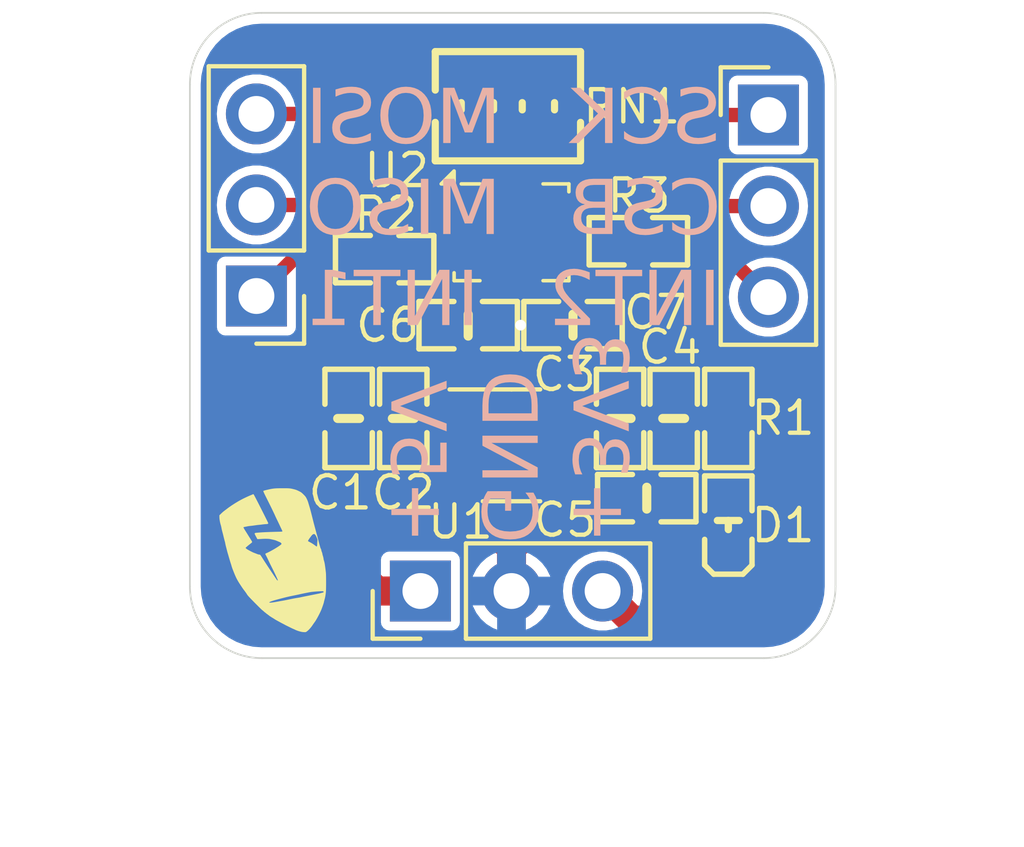
<source format=kicad_pcb>
(kicad_pcb (version 20240108) (generator "pcbnew") (generator_version "8.0")
  (layers (0 "F.Cu" signal) (31 "B.Cu" signal) (34 "B.Paste" user) (35 "F.Paste" user) (36 "B.SilkS" user "B.Silkscreen") (37 "F.SilkS" user "F.Silkscreen") (38 "B.Mask" user) (39 "F.Mask" user) (44 "Edge.Cuts" user))
  (net 0 "")
  (net 1 "GND")
  (net 2 "+5V")
  (net 3 "+3V3")
  (net 4 "Net-(U1-BP)")
  (net 5 "Net-(D1-A)")
  (net 6 "Net-(J1-Pad1)")
  (net 7 "Net-(RN1-R2.1)")
  (net 8 "Net-(RN1-R1.1)")
  (net 9 "Net-(RN1-R3.1)")
  (net 10 "Net-(J3-Pad3)")
  (net 11 "Net-(RN1-R4.1)")
  (net 12 "INT1")
  (net 13 "INT2")
  (net 14 "CSB")
  (net 15 "SCK")
  (net 16 "MISO")
  (net 17 "MOSI")
  (footprint "KURO_pcblib:0603_R" (layer "F.Cu") (at 105.4295 106.8712 180)
    (property "Reference" "R2" (at -0.0313 1.258 180) (layer "F.SilkS") (effects (font (size 0.9 0.9) (thickness 0.12))))
    (property "Value" "22")
    (pad "1" smd rect (at -0.75 0 180) (size 0.81 0.87) (layers "F.Cu" "F.Paste" "F.Mask") (net 12 "INT1"))
    (pad "2" smd rect (at 0.75 0 180) (size 0.81 0.87) (layers "F.Cu" "F.Paste" "F.Mask") (net 6 "Net-(J1-Pad1)"))
  )
  (footprint "KURO_pcblib:0603_C" (layer "F.Cu") (at 111.9941 111.3148 -90)
    (property "Reference" "C3" (at -1.2312 1.5549 0) (layer "F.SilkS") (effects (font (size 0.9 0.9) (thickness 0.12))))
    (property "Value" "100n")
    (pad "1" smd rect (at -0.75 0 270) (size 0.81 0.87) (layers "F.Cu" "F.Paste" "F.Mask") (net 3 "+3V3"))
    (pad "2" smd rect (at 0.75 0 270) (size 0.81 0.87) (layers "F.Cu" "F.Paste" "F.Mask") (net 1 "GND"))
  )
  (footprint "KURO_pcblib:0603_R" (layer "F.Cu") (at 112.5025 106.3712)
    (property "Reference" "R3" (at 0.019502 -1.266002 0) (layer "F.SilkS") (effects (font (size 0.9 0.9) (thickness 0.12))))
    (property "Value" "22")
    (pad "1" smd rect (at -0.75 0) (size 0.81 0.87) (layers "F.Cu" "F.Paste" "F.Mask") (net 13 "INT2"))
    (pad "2" smd rect (at 0.75 0) (size 0.81 0.87) (layers "F.Cu" "F.Paste" "F.Mask") (net 10 "Net-(J3-Pad3)"))
  )
  (footprint "KURO_pcblib:0603_C" (layer "F.Cu") (at 104.4249 111.3148 -90)
    (property "Reference" "C1" (at 2.070799 0.234101 0) (layer "F.SilkS") (effects (font (size 0.9 0.9) (thickness 0.12))))
    (property "Value" "10u")
    (pad "1" smd rect (at -0.75 0 270) (size 0.81 0.87) (layers "F.Cu" "F.Paste" "F.Mask") (net 2 "+5V"))
    (pad "2" smd rect (at 0.75 0 270) (size 0.81 0.87) (layers "F.Cu" "F.Paste" "F.Mask") (net 1 "GND"))
  )
  (footprint "KURO_pcblib:0603_C" (layer "F.Cu") (at 112.7372 113.538)
    (property "Reference" "C5" (at -2.2781 0.6096 0) (layer "F.SilkS") (effects (font (size 0.9 0.9) (thickness 0.12))))
    (property "Value" "10n")
    (pad "1" smd rect (at -0.75 0) (size 0.81 0.87) (layers "F.Cu" "F.Paste" "F.Mask") (net 4 "Net-(U1-BP)"))
    (pad "2" smd rect (at 0.75 0) (size 0.81 0.87) (layers "F.Cu" "F.Paste" "F.Mask") (net 1 "GND"))
  )
  (footprint "KURO_pcblib:mask_silk_3x4mm" (layer "F.Cu") (at 102.3112 115.2652)
    (property "Reference" "G***" (hide yes))
    (property "Value" "LOGO" (hide yes))
  )
  (footprint "KURO_pcblib:0603_C" (layer "F.Cu") (at 110.6812 108.712 180)
    (property "Reference" "C7" (at -2.298 0.3556 180) (layer "F.SilkS") (effects (font (size 0.9 0.9) (thickness 0.12))))
    (property "Value" "100n")
    (pad "1" smd rect (at -0.75 0 180) (size 0.81 0.87) (layers "F.Cu" "F.Paste" "F.Mask") (net 3 "+3V3"))
    (pad "2" smd rect (at 0.75 0 180) (size 0.81 0.87) (layers "F.Cu" "F.Paste" "F.Mask") (net 1 "GND"))
  )
  (footprint "KURO_pcblib:PinHeader_1x03_P2.54mm_Vertical" (layer "F.Cu") (at 101.854 107.8992 180)
    (property "Reference" "J1" (hide yes))
    (property "Value" "Conn_01x03_Pin_N")
    (pad "1" thru_hole rect (at 0 0 180) (size 1.7 1.7) (drill 1) (layers "*.Cu" "*.Mask") (net 6 "Net-(J1-Pad1)"))
    (pad "2" thru_hole oval (at 0 2.54 180) (size 1.7 1.7) (drill 1) (layers "*.Cu" "*.Mask") (net 11 "Net-(RN1-R4.1)"))
    (pad "3" thru_hole oval (at 0 5.08 180) (size 1.7 1.7) (drill 1) (layers "*.Cu" "*.Mask") (net 9 "Net-(RN1-R3.1)"))
  )
  (footprint "Package_LGA:Bosch_LGA-14_3x2.5mm_P0.5mm" (layer "F.Cu") (at 108.966 106.1212)
    (property "Reference" "U2" (at -3.2004 -1.7272 0) (layer "F.SilkS") (effects (font (size 0.9 0.9) (thickness 0.12))))
    (property "Value" "BMI323")
    (pad "1" smd rect (at -1.2625 -0.75) (size 0.675 0.25) (layers "F.Cu" "F.Paste" "F.Mask") (net 16 "MISO"))
    (pad "2" smd rect (at -1.2625 -0.25) (size 0.675 0.25) (layers "F.Cu" "F.Paste" "F.Mask"))
    (pad "3" smd rect (at -1.2625 0.25) (size 0.675 0.25) (layers "F.Cu" "F.Paste" "F.Mask"))
    (pad "4" smd rect (at -1.2625 0.75) (size 0.675 0.25) (layers "F.Cu" "F.Paste" "F.Mask") (net 12 "INT1"))
    (pad "5" smd rect (at -0.5 1.0125) (size 0.25 0.675) (layers "F.Cu" "F.Paste" "F.Mask") (net 3 "+3V3"))
    (pad "6" smd rect (at 0 1.0125) (size 0.25 0.675) (layers "F.Cu" "F.Paste" "F.Mask") (net 1 "GND"))
    (pad "7" smd rect (at 0.5 1.0125) (size 0.25 0.675) (layers "F.Cu" "F.Paste" "F.Mask") (net 1 "GND"))
    (pad "8" smd rect (at 1.2625 0.75) (size 0.675 0.25) (layers "F.Cu" "F.Paste" "F.Mask") (net 3 "+3V3"))
    (pad "9" smd rect (at 1.2625 0.25) (size 0.675 0.25) (layers "F.Cu" "F.Paste" "F.Mask") (net 13 "INT2"))
    (pad "10" smd rect (at 1.2625 -0.25) (size 0.675 0.25) (layers "F.Cu" "F.Paste" "F.Mask"))
    (pad "11" smd rect (at 1.2625 -0.75) (size 0.675 0.25) (layers "F.Cu" "F.Paste" "F.Mask"))
    (pad "12" smd rect (at 0.5 -1.0125) (size 0.25 0.675) (layers "F.Cu" "F.Paste" "F.Mask") (net 14 "CSB"))
    (pad "13" smd rect (at 0 -1.0125) (size 0.25 0.675) (layers "F.Cu" "F.Paste" "F.Mask") (net 15 "SCK"))
    (pad "14" smd rect (at -0.5 -1.0125) (size 0.25 0.675) (layers "F.Cu" "F.Paste" "F.Mask") (net 17 "MOSI"))
  )
  (footprint "KURO_pcblib:0603_C" (layer "F.Cu") (at 113.4872 111.3148 -90)
    (property "Reference" "C4" (at -1.9932 0.1016 0) (layer "F.SilkS") (effects (font (size 0.9 0.9) (thickness 0.12))))
    (property "Value" "10u")
    (pad "1" smd rect (at -0.75 0 270) (size 0.81 0.87) (layers "F.Cu" "F.Paste" "F.Mask") (net 3 "+3V3"))
    (pad "2" smd rect (at 0.75 0 270) (size 0.81 0.87) (layers "F.Cu" "F.Paste" "F.Mask") (net 1 "GND"))
  )
  (footprint "KURO_pcblib:SOT-23-5" (layer "F.Cu") (at 108.966 112.0648)
    (property "Reference" "U1" (at -1.4224 2.1336 0) (layer "F.SilkS") (effects (font (size 0.9 0.9) (thickness 0.12))))
    (property "Value" "SPX3819M5-L-3-3")
    (pad "1" smd rect (at -1.1375 -0.95) (size 1.325 0.6) (layers "F.Cu" "F.Paste" "F.Mask") (net 2 "+5V"))
    (pad "2" smd rect (at -1.1375 0) (size 1.325 0.6) (layers "F.Cu" "F.Paste" "F.Mask") (net 1 "GND"))
    (pad "3" smd rect (at -1.1375 0.95) (size 1.325 0.6) (layers "F.Cu" "F.Paste" "F.Mask") (net 2 "+5V"))
    (pad "4" smd rect (at 1.1375 0.95) (size 1.325 0.6) (layers "F.Cu" "F.Paste" "F.Mask") (net 4 "Net-(U1-BP)"))
    (pad "5" smd rect (at 1.1375 -0.95) (size 1.325 0.6) (layers "F.Cu" "F.Paste" "F.Mask") (net 3 "+3V3"))
  )
  (footprint "KURO_pcblib:0603_C" (layer "F.Cu") (at 105.9489 111.3148 -90)
    (property "Reference" "C2" (at 2.070799 0.000001 0) (layer "F.SilkS") (effects (font (size 0.9 0.9) (thickness 0.12))))
    (property "Value" "100n")
    (pad "1" smd rect (at -0.75 0 270) (size 0.81 0.87) (layers "F.Cu" "F.Paste" "F.Mask") (net 2 "+5V"))
    (pad "2" smd rect (at 0.75 0 270) (size 0.81 0.87) (layers "F.Cu" "F.Paste" "F.Mask") (net 1 "GND"))
  )
  (footprint "KURO_pcblib:0603_D" (layer "F.Cu") (at 115.0112 114.288 -90)
    (property "Reference" "D1" (at 0.012 -1.524 0) (layer "F.SilkS") (effects (font (size 0.9 0.9) (thickness 0.12))))
    (property "Value" "LED")
    (pad "1" smd rect (at -0.75 0 270) (size 0.81 0.87) (layers "F.Cu" "F.Paste" "F.Mask") (net 5 "Net-(D1-A)"))
    (pad "2" smd rect (at 0.75 0 270) (size 0.81 0.87) (layers "F.Cu" "F.Paste" "F.Mask") (net 1 "GND"))
  )
  (footprint "KURO_pcblib:0603_R" (layer "F.Cu") (at 115.0112 111.3148 90)
    (property "Reference" "R1" (at 0.012 1.524 180) (layer "F.SilkS") (effects (font (size 0.9 0.9) (thickness 0.12))))
    (property "Value" "1k")
    (pad "1" smd rect (at -0.75 0 90) (size 0.81 0.87) (layers "F.Cu" "F.Paste" "F.Mask") (net 5 "Net-(D1-A)"))
    (pad "2" smd rect (at 0.75 0 90) (size 0.81 0.87) (layers "F.Cu" "F.Paste" "F.Mask") (net 3 "+3V3"))
  )
  (footprint "KURO_pcblib:PinHeader_1x03_P2.54mm_Vertical" (layer "F.Cu") (at 106.426 116.1288 90)
    (property "Reference" "J2" (hide yes))
    (property "Value" "Conn_01x03_Pin_N")
    (pad "1" thru_hole rect (at 0 0 90) (size 1.7 1.7) (drill 1) (layers "*.Cu" "*.Mask") (net 2 "+5V"))
    (pad "2" thru_hole oval (at 0 2.54 90) (size 1.7 1.7) (drill 1) (layers "*.Cu" "*.Mask") (net 1 "GND"))
    (pad "3" thru_hole oval (at 0 5.08 90) (size 1.7 1.7) (drill 1) (layers "*.Cu" "*.Mask") (net 3 "+3V3"))
  )
  (footprint "KURO_pcblib:0603_C" (layer "F.Cu") (at 107.7588 108.712)
    (property "Reference" "C6" (at -2.2472 0 0) (layer "F.SilkS") (effects (font (size 0.9 0.9) (thickness 0.12))))
    (property "Value" "100n")
    (pad "1" smd rect (at -0.75 0) (size 0.81 0.87) (layers "F.Cu" "F.Paste" "F.Mask") (net 3 "+3V3"))
    (pad "2" smd rect (at 0.75 0) (size 0.81 0.87) (layers "F.Cu" "F.Paste" "F.Mask") (net 1 "GND"))
  )
  (footprint "KURO_pcblib:0603_RX4" (layer "F.Cu") (at 108.866 102.6046 180)
    (property "Reference" "RN1" (at -3.4528 -0.0114 180) (layer "F.SilkS") (effects (font (size 0.9 0.9) (thickness 0.12))))
    (property "Value" "22")
    (pad "1" smd rect (at -1.3 0.875 270) (size 0.95 0.6) (layers "F.Cu" "F.Paste" "F.Mask") (net 8 "Net-(RN1-R1.1)"))
    (pad "2" smd rect (at -0.4 0.875 270) (size 0.95 0.4) (layers "F.Cu" "F.Paste" "F.Mask") (net 7 "Net-(RN1-R2.1)"))
    (pad "3" smd rect (at 0.4 0.875 270) (size 0.95 0.4) (layers "F.Cu" "F.Paste" "F.Mask") (net 9 "Net-(RN1-R3.1)"))
    (pad "4" smd rect (at 1.3 0.875 270) (size 0.95 0.6) (layers "F.Cu" "F.Paste" "F.Mask") (net 11 "Net-(RN1-R4.1)"))
    (pad "5" smd rect (at 1.3 -0.875 270) (size 0.95 0.6) (layers "F.Cu" "F.Paste" "F.Mask") (net 16 "MISO"))
    (pad "6" smd rect (at 0.4 -0.875 270) (size 0.95 0.4) (layers "F.Cu" "F.Paste" "F.Mask") (net 17 "MOSI"))
    (pad "7" smd rect (at -0.4 -0.875 270) (size 0.95 0.4) (layers "F.Cu" "F.Paste" "F.Mask") (net 15 "SCK"))
    (pad "8" smd rect (at -1.3 -0.875 270) (size 0.95 0.6) (layers "F.Cu" "F.Paste" "F.Mask") (net 14 "CSB"))
  )
  (footprint "KURO_pcblib:PinHeader_1x03_P2.54mm_Vertical" (layer "F.Cu") (at 116.1288 102.8492)
    (property "Reference" "J3" (hide yes))
    (property "Value" "Conn_01x03_Pin_N")
    (pad "1" thru_hole rect (at 0 0) (size 1.7 1.7) (drill 1) (layers "*.Cu" "*.Mask") (net 7 "Net-(RN1-R2.1)"))
    (pad "2" thru_hole oval (at 0 2.54) (size 1.7 1.7) (drill 1) (layers "*.Cu" "*.Mask") (net 8 "Net-(RN1-R1.1)"))
    (pad "3" thru_hole oval (at 0 5.08) (size 1.7 1.7) (drill 1) (layers "*.Cu" "*.Mask") (net 10 "Net-(J3-Pad3)"))
  )
  (gr_arc (start 118 116) (mid 117.414214 117.414214) (end 116 118) (stroke (width 0.05)) (layer "Edge.Cuts"))
  (gr_arc (start 100 102) (mid 100.585786 100.585786) (end 102 100) (stroke (width 0.05)) (layer "Edge.Cuts"))
  (gr_line (start 116 118) (end 102 118) (stroke (width 0.05)) (layer "Edge.Cuts"))
  (gr_arc (start 116 100) (mid 117.414214 100.585786) (end 118 102) (stroke (width 0.05)) (layer "Edge.Cuts"))
  (gr_line (start 100 116) (end 100 102) (stroke (width 0.05)) (layer "Edge.Cuts"))
  (gr_line (start 102 100) (end 116 100) (stroke (width 0.05)) (layer "Edge.Cuts"))
  (gr_line (start 118 102) (end 118 116) (stroke (width 0.05)) (layer "Edge.Cuts"))
  (gr_arc (start 102 118) (mid 100.585786 117.414214) (end 100 116) (stroke (width 0.05)) (layer "Edge.Cuts"))
  (gr_text "MOSI\nMISO\nINT1" (at 103.2256 108.966 0) (layer "B.SilkS") (effects (font (size 1.5113 1.5113) (thickness 0.1)) (justify right bottom mirror)))
  (gr_text "+3V3\nGND\n+5V" (at 105.3592 114.808 270) (layer "B.SilkS") (effects (font (size 1.5113 1.5113) (thickness 0.1)) (justify left bottom mirror)))
  (gr_text "SCK\nCSB\nINT2" (at 114.808 108.966 0) (layer "B.SilkS") (effects (font (size 1.5113 1.5113) (thickness 0.1)) (justify left bottom mirror)))
  (segment (start 113.4872 112.0648) (end 113.4872 113.538) (width 0.81) (layer "F.Cu") (net 1))
  (segment (start 113.03 114.6048) (end 109.287919 114.6048) (width 0.81) (layer "F.Cu") (net 1))
  (segment (start 115.0112 115.038) (end 114.3776 115.038) (width 0.81) (layer "F.Cu") (net 1))
  (segment (start 108.966 107.1337) (end 108.966 107.696) (width 0.25) (layer "F.Cu") (net 1))
  (segment (start 109.466 107.688) (end 109.9312 108.1532) (width 0.25) (layer "F.Cu") (net 1))
  (segment (start 108.288481 114.2492) (end 105.7148 114.2492) (width 0.81) (layer "F.Cu") (net 1))
  (segment (start 113.4872 114.1476) (end 113.03 114.6048) (width 0.81) (layer "F.Cu") (net 1))
  (segment (start 109.22 108.712) (end 109.9312 108.712) (width 0.81) (layer "F.Cu") (net 1))
  (segment (start 107.8285 112.0648) (end 105.9489 112.0648) (width 0.6) (layer "F.Cu") (net 1))
  (segment (start 114.3776 115.038) (end 113.4872 114.1476) (width 0.81) (layer "F.Cu") (net 1))
  (segment (start 105.9489 112.0648) (end 104.4249 112.0648) (width 0.81) (layer "F.Cu") (net 1))
  (segment (start 113.4872 112.0648) (end 111.9941 112.0648) (width 0.81) (layer "F.Cu") (net 1))
  (segment (start 108.5088 108.712) (end 109.22 108.712) (width 0.81) (layer "F.Cu") (net 1))
  (segment (start 113.4872 114.1476) (end 113.4872 114.088) (width 0.81) (layer "F.Cu") (net 1))
  (segment (start 104.4249 112.9593) (end 104.4249 112.0648) (width 0.81) (layer "F.Cu") (net 1))
  (segment (start 109.287919 114.6048) (end 108.966 114.926719) (width 0.81) (layer "F.Cu") (net 1))
  (segment (start 109.9312 108.1532) (end 109.9312 108.712) (width 0.25) (layer "F.Cu") (net 1))
  (segment (start 113.4872 113.538) (end 113.4872 114.088) (width 0.81) (layer "F.Cu") (net 1))
  (segment (start 108.5088 108.1532) (end 108.5088 108.712) (width 0.25) (layer "F.Cu") (net 1))
  (segment (start 108.966 107.696) (end 108.5088 108.1532) (width 0.25) (layer "F.Cu") (net 1))
  (segment (start 105.7148 114.2492) (end 104.4249 112.9593) (width 0.81) (layer "F.Cu") (net 1))
  (segment (start 109.466 107.1337) (end 109.466 107.688) (width 0.25) (layer "F.Cu") (net 1))
  (segment (start 108.966 116.1288) (end 108.966 114.926719) (width 0.81) (layer "F.Cu") (net 1))
  (segment (start 108.966 114.926719) (end 108.288481 114.2492) (width 0.81) (layer "F.Cu") (net 1))
  (via (at 109.22 108.712) (size 0.6) (drill 0.3) (layers "F.Cu" "B.Cu") (net 1))
  (segment (start 107.8285 111.1148) (end 108.6587 111.1148) (width 0.4) (layer "F.Cu") (net 2))
  (segment (start 108.966 112.7252) (end 108.6764 113.0148) (width 0.4) (layer "F.Cu") (net 2))
  (segment (start 108.6587 111.1148) (end 108.966 111.4221) (width 0.4) (layer "F.Cu") (net 2))
  (segment (start 108.6764 113.0148) (end 107.8285 113.0148) (width 0.4) (layer "F.Cu") (net 2))
  (segment (start 107.8285 111.1148) (end 107.0508 111.1148) (width 0.6) (layer "F.Cu") (net 2))
  (segment (start 102.7684 111.0488) (end 102.7684 113.6904) (width 0.81) (layer "F.Cu") (net 2))
  (segment (start 106.5008 110.5648) (end 105.9489 110.5648) (width 0.6) (layer "F.Cu") (net 2))
  (segment (start 105.9489 110.5648) (end 104.4249 110.5648) (width 0.81) (layer "F.Cu") (net 2))
  (segment (start 105.2068 116.1288) (end 106.426 116.1288) (width 0.81) (layer "F.Cu") (net 2))
  (segment (start 104.4249 110.5648) (end 103.2524 110.5648) (width 0.81) (layer "F.Cu") (net 2))
  (segment (start 107.0508 111.1148) (end 106.5008 110.5648) (width 0.6) (layer "F.Cu") (net 2))
  (segment (start 103.2524 110.5648) (end 102.7684 111.0488) (width 0.81) (layer "F.Cu") (net 2))
  (segment (start 108.966 111.4221) (end 108.966 112.7252) (width 0.4) (layer "F.Cu") (net 2))
  (segment (start 102.7684 113.6904) (end 105.2068 116.1288) (width 0.81) (layer "F.Cu") (net 2))
  (segment (start 110.6812 106.8712) (end 111.4312 107.6212) (width 0.25) (layer "F.Cu") (net 3))
  (segment (start 112.3188 116.9416) (end 115.7732 116.9416) (width 0.81) (layer "F.Cu") (net 3))
  (segment (start 111.4312 108.712) (end 111.4312 109.3456) (width 0.81) (layer "F.Cu") (net 3))
  (segment (start 108.466 107.1337) (end 108.466 107.5356) (width 0.25) (layer "F.Cu") (net 3))
  (segment (start 111.4312 107.6212) (end 111.4312 108.712) (width 0.25) (layer "F.Cu") (net 3))
  (segment (start 111.4312 110.5648) (end 111.9941 110.5648) (width 0.6) (layer "F.Cu") (net 3))
  (segment (start 113.4872 110.5648) (end 115.0112 110.5648) (width 0.81) (layer "F.Cu") (net 3))
  (segment (start 116.84 115.8748) (end 116.84 111.3028) (width 0.81) (layer "F.Cu") (net 3))
  (segment (start 110.1035 111.1148) (end 110.8812 111.1148) (width 0.6) (layer "F.Cu") (net 3))
  (segment (start 107.5944 109.9312) (end 107.0088 109.3456) (width 0.81) (layer "F.Cu") (net 3))
  (segment (start 111.506 116.1288) (end 112.3188 116.9416) (width 0.81) (layer "F.Cu") (net 3))
  (segment (start 115.7732 116.9416) (end 116.84 115.8748) (width 0.81) (layer "F.Cu") (net 3))
  (segment (start 116.102 110.5648) (end 115.0112 110.5648) (width 0.81) (layer "F.Cu") (net 3))
  (segment (start 110.8456 109.9312) (end 107.5944 109.9312) (width 0.81) (layer "F.Cu") (net 3))
  (segment (start 107.0088 109.3456) (end 107.0088 108.712) (width 0.81) (layer "F.Cu") (net 3))
  (segment (start 113.4872 109.3724) (end 113.4872 110.5648) (width 0.81) (layer "F.Cu") (net 3))
  (segment (start 111.4312 109.3456) (end 110.8456 109.9312) (width 0.81) (layer "F.Cu") (net 3))
  (segment (start 116.84 111.3028) (end 116.102 110.5648) (width 0.81) (layer "F.Cu") (net 3))
  (segment (start 108.466 107.5356) (end 108.1532 107.8484) (width 0.25) (layer "F.Cu") (net 3))
  (segment (start 107.2896 107.8484) (end 107.0088 108.1292) (width 0.25) (layer "F.Cu") (net 3))
  (segment (start 112.8268 108.712) (end 113.4872 109.3724) (width 0.81) (layer "F.Cu") (net 3))
  (segment (start 111.9941 110.5648) (end 113.4872 110.5648) (width 0.81) (layer "F.Cu") (net 3))
  (segment (start 111.4312 108.712) (end 112.8268 108.712) (width 0.81) (layer "F.Cu") (net 3))
  (segment (start 110.8812 111.1148) (end 111.4312 110.5648) (width 0.6) (layer "F.Cu") (net 3))
  (segment (start 107.0088 108.1292) (end 107.0088 108.712) (width 0.25) (layer "F.Cu") (net 3))
  (segment (start 110.2285 106.8712) (end 110.6812 106.8712) (width 0.25) (layer "F.Cu") (net 3))
  (segment (start 108.1532 107.8484) (end 107.2896 107.8484) (width 0.25) (layer "F.Cu") (net 3))
  (segment (start 110.8812 113.0148) (end 111.4044 113.538) (width 0.6) (layer "F.Cu") (net 4))
  (segment (start 111.4044 113.538) (end 111.9872 113.538) (width 0.6) (layer "F.Cu") (net 4))
  (segment (start 110.1035 113.0148) (end 110.8812 113.0148) (width 0.6) (layer "F.Cu") (net 4))
  (segment (start 115.0112 112.0648) (end 115.0112 113.538) (width 0.81) (layer "F.Cu") (net 5))
  (segment (start 102.882 106.8712) (end 101.854 107.8992) (width 0.4) (layer "F.Cu") (net 6))
  (segment (start 104.6795 106.8712) (end 102.882 106.8712) (width 0.4) (layer "F.Cu") (net 6))
  (segment (start 109.6628 100.7) (end 111.6728 100.7) (width 0.4) (layer "F.Cu") (net 7))
  (segment (start 113.822 102.8492) (end 116.1288 102.8492) (width 0.4) (layer "F.Cu") (net 7))
  (segment (start 109.266 101.0968) (end 109.6628 100.7) (width 0.4) (layer "F.Cu") (net 7))
  (segment (start 109.266 101.7296) (end 109.266 101.0968) (width 0.4) (layer "F.Cu") (net 7))
  (segment (start 111.6728 100.7) (end 113.822 102.8492) (width 0.4) (layer "F.Cu") (net 7))
  (segment (start 114.9396 105.3892) (end 116.1288 105.3892) (width 0.4) (layer "F.Cu") (net 8))
  (segment (start 111.28 101.7296) (end 114.9396 105.3892) (width 0.4) (layer "F.Cu") (net 8))
  (segment (start 110.166 101.7296) (end 111.28 101.7296) (width 0.4) (layer "F.Cu") (net 8))
  (segment (start 104.0892 102.8192) (end 101.854 102.8192) (width 0.4) (layer "F.Cu") (net 9))
  (segment (start 108.466 101.1) (end 108.066 100.7) (width 0.4) (layer "F.Cu") (net 9))
  (segment (start 108.466 101.7296) (end 108.466 101.1) (width 0.4) (layer "F.Cu") (net 9))
  (segment (start 108.066 100.7) (end 106.2084 100.7) (width 0.4) (layer "F.Cu") (net 9))
  (segment (start 106.2084 100.7) (end 104.0892 102.8192) (width 0.4) (layer "F.Cu") (net 9))
  (segment (start 113.2525 106.3712) (end 114.5708 106.3712) (width 0.4) (layer "F.Cu") (net 10))
  (segment (start 114.5708 106.3712) (end 116.1288 107.9292) (width 0.4) (layer "F.Cu") (net 10))
  (segment (start 106.652 101.7296) (end 103.0224 105.3592) (width 0.4) (layer "F.Cu") (net 11))
  (segment (start 103.0224 105.3592) (end 101.854 105.3592) (width 0.4) (layer "F.Cu") (net 11))
  (segment (start 107.566 101.7296) (end 106.652 101.7296) (width 0.4) (layer "F.Cu") (net 11))
  (segment (start 107.7035 106.8712) (end 106.1795 106.8712) (width 0.25) (layer "F.Cu") (net 12))
  (segment (start 110.2285 106.3712) (end 111.7525 106.3712) (width 0.25) (layer "F.Cu") (net 13))
  (segment (start 109.466 105.1087) (end 109.466 104.724449) (width 0.25) (layer "F.Cu") (net 14))
  (segment (start 109.466 104.724449) (end 110.166 104.024449) (width 0.25) (layer "F.Cu") (net 14))
  (segment (start 110.166 104.024449) (end 110.166 103.4796) (width 0.25) (layer "F.Cu") (net 14))
  (segment (start 109.266 104.1956) (end 109.266 103.4796) (width 0.25) (layer "F.Cu") (net 15))
  (segment (start 108.966 105.1087) (end 108.966 104.4956) (width 0.25) (layer "F.Cu") (net 15))
  (segment (start 108.966 104.4956) (end 109.266 104.1956) (width 0.25) (layer "F.Cu") (net 15))
  (segment (start 107.566 104.3148) (end 107.566 103.4796) (width 0.25) (layer "F.Cu") (net 16))
  (segment (start 107.7035 104.4523) (end 107.566 104.3148) (width 0.25) (layer "F.Cu") (net 16))
  (segment (start 107.7035 105.3712) (end 107.7035 104.4523) (width 0.25) (layer "F.Cu") (net 16))
  (segment (start 108.466 105.1087) (end 108.466 103.4796) (width 0.25) (layer "F.Cu") (net 17))
  (zone (net 1) (net_name "GND") (layer "B.Cu") (connect_pads thru_hole_only (clearance 0.25)) (min_thickness 0.25) (fill yes (thermal_gap 0.3) (thermal_bridge_width 0.8))
    (polygon (pts (xy 118.0592 99.9744) (xy 118.0592 118.0084) (xy 99.9744 118.0084) (xy 99.9744 99.9744)))
  )
)
</source>
